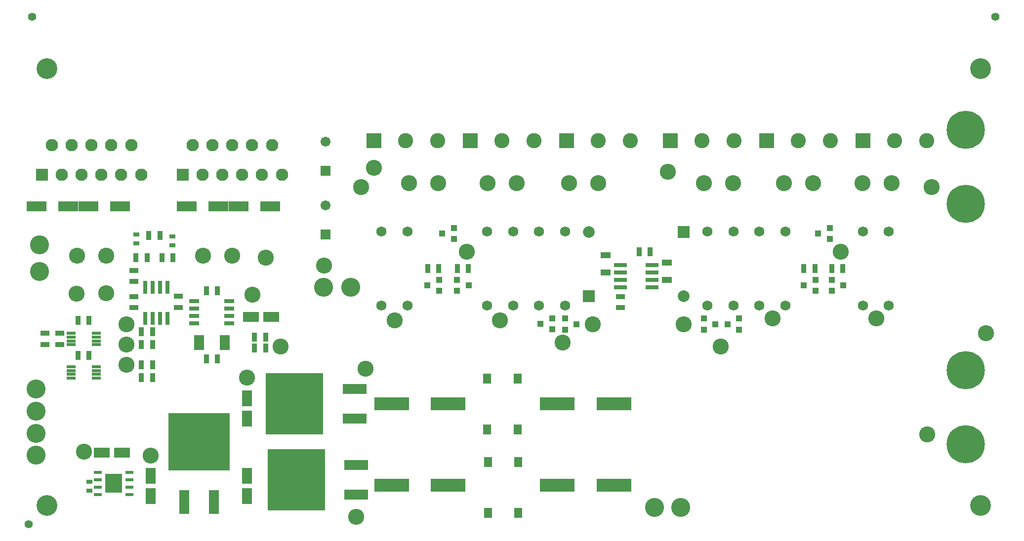
<source format=gts>
G04 DipTrace 2.4.0.2*
%INSSPS.GTS*%
%MOIN*%
%ADD14C,0.1*%
%ADD44C,0.0551*%
%ADD66C,0.14*%
%ADD73R,0.4174X0.3899*%
%ADD74R,0.0671X0.1635*%
%ADD75R,0.0651X0.0198*%
%ADD76R,0.068X0.028*%
%ADD77R,0.0552X0.0241*%
%ADD78R,0.1123X0.1261*%
%ADD79R,0.3899X0.4174*%
%ADD80R,0.1635X0.0671*%
%ADD81R,0.0552X0.0678*%
%ADD82R,0.0611X0.0237*%
%ADD83C,0.258*%
%ADD84R,0.0316X0.0867*%
%ADD85R,0.0867X0.0316*%
%ADD86C,0.1025*%
%ADD87R,0.1025X0.1025*%
%ADD88R,0.0434X0.0395*%
%ADD89C,0.083*%
%ADD90R,0.083X0.083*%
%ADD91C,0.068*%
%ADD92C,0.108*%
%ADD93C,0.128*%
%ADD94C,0.0789*%
%ADD95R,0.0789X0.0789*%
%ADD96R,0.0592X0.0356*%
%ADD97R,0.106X0.071*%
%ADD98R,0.071X0.106*%
%ADD99R,0.2324X0.0867*%
%ADD100C,0.0671*%
%ADD101R,0.0671X0.0671*%
%ADD102R,0.0356X0.0592*%
%ADD103R,0.071X0.0434*%
%ADD104R,0.134X0.071*%
%ADD105R,0.0434X0.0316*%
%FSLAX44Y44*%
G04*
G70*
G90*
G75*
G01*
%LNTopMask*%
%LPD*%
D105*
X7545Y19205D3*
Y19795D3*
X9955Y19080D3*
Y19670D3*
D104*
X16563Y21688D3*
X14437D3*
X6438D3*
X4312D3*
X13063D3*
X10937D3*
X2938D3*
X812D3*
D103*
X39200Y17250D3*
Y18391D3*
D102*
X27200Y17500D3*
X27944D3*
D103*
X43325Y17890D3*
Y16749D3*
D102*
X53315Y17500D3*
X52571D3*
D101*
X20300Y24100D3*
D100*
Y26069D3*
D101*
Y19800D3*
D100*
Y21769D3*
D102*
X3593Y14015D3*
X4337D3*
X3593Y11640D3*
X4337D3*
X29945Y17495D3*
X29201D3*
X54460Y17500D3*
X55204D3*
D99*
X39750Y8375D3*
X35931D3*
X39750Y2875D3*
X35931D3*
X24750D3*
X28569D3*
Y8375D3*
X24750D3*
D98*
X15000Y7375D3*
Y8753D3*
Y2125D3*
Y3503D3*
D97*
X5186Y5064D3*
X6564D3*
D105*
X4375Y3091D3*
Y2500D3*
D96*
X40200Y15615D3*
Y14871D3*
D102*
X42200Y18625D3*
X41456D3*
D97*
X15250Y14250D3*
X16628D3*
D102*
X12995Y11395D3*
X12251D3*
X13000Y16000D3*
X12256D3*
D98*
X8500Y3503D3*
Y2125D3*
D96*
X10370Y14880D3*
Y15624D3*
X7370Y15620D3*
Y14876D3*
D95*
X38075Y15625D3*
D94*
Y19975D3*
D95*
X44450D3*
D94*
Y15625D3*
D66*
X64500Y1500D3*
X1500D3*
X64500Y31000D3*
X1500D3*
D93*
X42500Y1375D3*
X1000Y17300D3*
Y19100D3*
X22000Y16250D3*
X20150D3*
X750Y4900D3*
X44250Y1375D3*
X750Y9375D3*
Y7875D3*
Y6375D3*
D102*
X8377Y19750D3*
X9125D3*
D92*
X13980Y18355D3*
X12016D3*
D102*
X16250Y12875D3*
X15502D3*
D96*
X7376Y17374D3*
Y16626D3*
D102*
X7500Y18250D3*
X8248D3*
D91*
X34700Y15000D3*
Y20000D3*
X36450Y15000D3*
Y20000D3*
X25825D3*
Y15000D3*
X31200Y20000D3*
Y15000D3*
X24075D3*
Y20000D3*
X32950Y15000D3*
Y20000D3*
D102*
X7876Y10124D3*
X8624D3*
X7876Y12374D3*
X8624D3*
X9999Y18250D3*
X9251D3*
D91*
X47825Y15000D3*
Y20000D3*
D102*
X8623Y13250D3*
X7875D3*
D92*
X3520Y18355D3*
X5484D3*
D91*
X46075Y20000D3*
Y15000D3*
X56575D3*
Y20000D3*
X58281Y15000D3*
Y20000D3*
X51325D3*
Y15000D3*
X49575D3*
Y20000D3*
D92*
X27880Y23280D3*
X25916D3*
X33200D3*
X31236D3*
X38680D3*
X36716D3*
X51220D3*
X53184D3*
X56520D3*
X58484D3*
X45820D3*
X47784D3*
D96*
X1375Y12375D3*
Y13123D3*
X2375Y12375D3*
Y13123D3*
D102*
X7877Y11000D3*
X8625D3*
X15502Y12125D3*
X16250D3*
D90*
X1150Y23850D3*
D89*
X4500Y25850D3*
X3830Y23850D3*
X3160Y25850D3*
X2490Y23850D3*
X1820Y25850D3*
X5170Y23850D3*
X5840Y25850D3*
X6510Y23850D3*
X7180Y25850D3*
X7850Y23850D3*
D90*
X10650D3*
D89*
X14000Y25850D3*
X13330Y23850D3*
X12660Y25850D3*
X11990Y23850D3*
X11320Y25850D3*
X14670Y23850D3*
X15340Y25850D3*
X16010Y23850D3*
X16680Y25850D3*
X17350Y23850D3*
D44*
X250Y250D3*
X65500Y34500D3*
X500D3*
D88*
X35593Y13395D3*
Y14143D3*
X34805Y13769D3*
X36450Y14125D3*
Y13377D3*
X37237Y13751D3*
X27950Y16000D3*
Y16748D3*
X27163Y16374D3*
X29163Y16748D3*
Y16000D3*
X29950Y16374D3*
X28950Y19500D3*
Y20248D3*
X28163Y19874D3*
D87*
X36554Y26146D3*
D86*
X38700D3*
X40846D3*
D85*
X40200Y17750D3*
Y17250D3*
Y16750D3*
Y16250D3*
X42326D3*
Y16750D3*
Y17250D3*
Y17750D3*
D88*
X45825Y14125D3*
Y13377D3*
X46612Y13751D3*
D84*
X8125Y14125D3*
X8625D3*
X9125D3*
X9625D3*
Y16251D3*
X9125D3*
X8625D3*
X8125D3*
D88*
X48200Y13375D3*
Y14123D3*
X47413Y13749D3*
X53362Y16002D3*
Y16750D3*
X52575Y16376D3*
X54450Y16750D3*
Y16002D3*
X55237Y16376D3*
D87*
X50054Y26146D3*
D86*
X52200D3*
X54346D3*
D88*
X54325Y19500D3*
Y20248D3*
X53538Y19874D3*
D83*
X63500Y5625D3*
D87*
X56554Y26146D3*
D86*
X58700D3*
X60846D3*
D87*
X43554D3*
D86*
X45700D3*
X47846D3*
D82*
X3125Y13125D3*
Y12869D3*
Y12613D3*
Y12357D3*
X4818D3*
Y12613D3*
Y12869D3*
Y13125D3*
D87*
X30054Y26146D3*
D86*
X32200D3*
X34346D3*
D87*
X23554D3*
D86*
X25700D3*
X27846D3*
D82*
X3125Y10875D3*
Y10619D3*
Y10363D3*
Y10107D3*
X4818D3*
Y10363D3*
Y10619D3*
Y10875D3*
D81*
X33305Y1004D3*
Y4445D3*
X31254Y1004D3*
Y4445D3*
X31199Y10066D3*
Y6625D3*
X33250Y10066D3*
Y6625D3*
D80*
X22375Y2250D3*
Y4250D3*
D79*
X18320Y3250D3*
D80*
X22250Y7375D3*
Y9375D3*
D79*
X18195Y8375D3*
D78*
X6000Y3000D3*
D77*
X4945Y3750D3*
Y3250D3*
Y2750D3*
Y2250D3*
X7055D3*
Y2750D3*
Y3250D3*
Y3750D3*
D83*
X63500Y26875D3*
Y10625D3*
Y21875D3*
D14*
X60900Y6300D3*
D92*
D3*
D14*
X24950Y14000D3*
D92*
D3*
D14*
X38325Y13750D3*
D92*
D3*
D14*
X61200Y23000D3*
D92*
D3*
D14*
X44450Y13750D3*
D92*
D3*
D14*
X57450Y14125D3*
D92*
D3*
D14*
X20200Y17700D3*
D92*
D3*
D14*
X22700Y23000D3*
D92*
D3*
D14*
X50450Y14125D3*
D92*
D3*
D14*
X32075Y14000D3*
D92*
D3*
D14*
X29825Y18625D3*
D92*
D3*
D14*
X55075D3*
D92*
D3*
D14*
X23550Y24300D3*
D92*
D3*
D14*
X43400Y24050D3*
D92*
D3*
D76*
X11445Y14820D3*
Y15320D3*
Y14320D3*
Y13820D3*
X13805D3*
Y14320D3*
Y14820D3*
Y15320D3*
D75*
X11750Y12900D3*
Y12703D3*
Y12506D3*
Y12309D3*
Y12113D3*
X13482D3*
Y12309D3*
Y12506D3*
Y12703D3*
Y12900D3*
D14*
X6875Y12375D3*
D92*
D3*
D14*
Y11000D3*
D92*
D3*
D14*
Y13750D3*
D92*
D3*
D14*
X5500Y15850D3*
D92*
D3*
D14*
X15375Y15750D3*
D92*
D3*
D14*
X4000Y5125D3*
D92*
D3*
D14*
X8500Y4875D3*
D92*
D3*
D14*
X22375Y750D3*
D92*
D3*
D14*
X23000Y10750D3*
D92*
D3*
D14*
X15000Y10125D3*
D92*
D3*
D14*
X17250Y12250D3*
D92*
D3*
D14*
X3500Y15800D3*
D92*
D3*
D14*
X16250Y18250D3*
D92*
D3*
D14*
X64850Y13150D3*
D92*
D3*
D14*
X46950Y12250D3*
D92*
D3*
D14*
X36300Y12500D3*
D92*
D3*
D74*
X10750Y1750D3*
X12750D3*
D73*
X11750Y5805D3*
M02*

</source>
